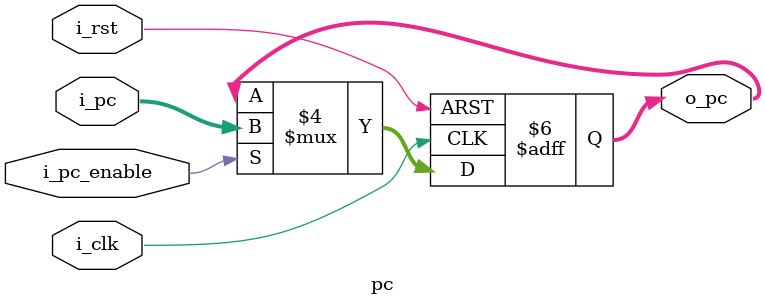
<source format=sv>
module pc (
    // Input 
    input logic i_clk, i_pc_enable, i_rst,
    input logic [31:0] i_pc, 
    // Output
    output logic [31:0] o_pc
);
    
    /*Update new output at each positive edge clock*/
    always_ff @( posedge i_clk or posedge i_rst) begin 
        if (i_rst) begin
            o_pc <= 0; 
        end else begin
            if (!i_pc_enable) begin
                o_pc <= o_pc;
            end else begin
                o_pc <= i_pc; 
            end

        end
    end
    
endmodule 
</source>
